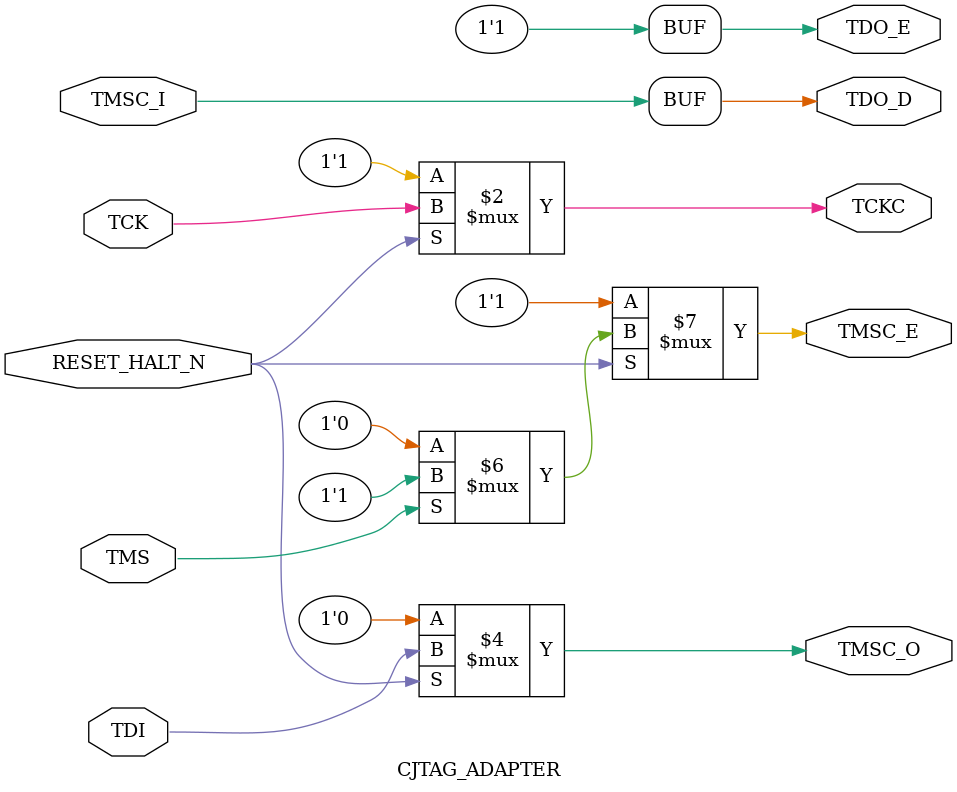
<source format=v>

`include "defines_chip.v"
`include "defines_core.v"

module CJTAG_ADAPTER
(
    input  wire RESET_HALT_N,
    //
    input  wire TCK,
    input  wire TMS,
    input  wire TDI,
    output wire TDO_D,
    output wire TDO_E,
    //
    output wire TCKC,
    input  wire TMSC_I,
    output wire TMSC_O,
    output wire TMSC_E
);

//
assign TCKC   = (~RESET_HALT_N)? 1'b1  // Force Target not to drive TMSC
              : TCK;                   // Through TCK
assign TMSC_O = (~RESET_HALT_N)? 1'b0  // Force Low Level to make CPU in halt state
              : TDI;                   // TDI determines TMSC output level
assign TMSC_E = (~RESET_HALT_N)? 1'b1  // Force Low Level to make CPU in halt state
              : (TMS          )? 1'b1  // TMS=1 then Drive TMSC
              :                  1'b0; // TMS=0 then Open TMSC (HiZ)
//
assign TDO_D  = TMSC_I;
assign TDO_E  = 1'b1;

//------------------------
// End of Module
//------------------------
endmodule

//===========================================================
// End of File
//===========================================================

</source>
